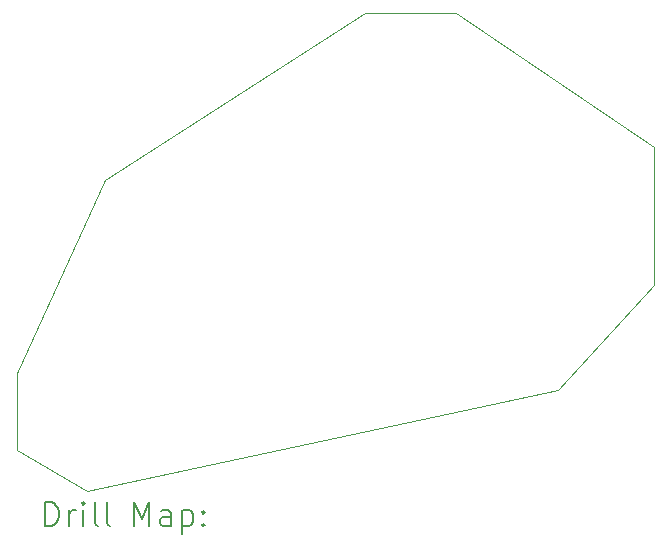
<source format=gbr>
%FSLAX45Y45*%
G04 Gerber Fmt 4.5, Leading zero omitted, Abs format (unit mm)*
G04 Created by KiCad (PCBNEW (6.99.0-1934-gfe17dca71f)) date 2022-06-18 07:03:43*
%MOMM*%
%LPD*%
G01*
G04 APERTURE LIST*
%TA.AperFunction,Profile*%
%ADD10C,0.100000*%
%TD*%
%ADD11C,0.200000*%
G04 APERTURE END LIST*
D10*
X9560000Y-3320000D02*
X11240000Y-4450000D01*
X11240000Y-4450000D02*
X11240000Y-5620000D01*
X8790000Y-3320000D02*
X9560000Y-3320000D01*
X6590000Y-4730000D02*
X8790000Y-3320000D01*
X5840000Y-6360000D02*
X6590000Y-4730000D01*
X5840000Y-6360000D02*
X5840000Y-7020000D01*
X10420000Y-6510000D02*
X11240000Y-5620000D01*
X5840000Y-7020000D02*
X6440000Y-7360000D01*
X6440000Y-7360000D02*
X10420000Y-6510000D01*
D11*
X6082619Y-7658476D02*
X6082619Y-7458476D01*
X6082619Y-7458476D02*
X6130238Y-7458476D01*
X6130238Y-7458476D02*
X6158809Y-7468000D01*
X6158809Y-7468000D02*
X6177857Y-7487048D01*
X6177857Y-7487048D02*
X6187381Y-7506095D01*
X6187381Y-7506095D02*
X6196905Y-7544190D01*
X6196905Y-7544190D02*
X6196905Y-7572762D01*
X6196905Y-7572762D02*
X6187381Y-7610857D01*
X6187381Y-7610857D02*
X6177857Y-7629905D01*
X6177857Y-7629905D02*
X6158809Y-7648952D01*
X6158809Y-7648952D02*
X6130238Y-7658476D01*
X6130238Y-7658476D02*
X6082619Y-7658476D01*
X6282619Y-7658476D02*
X6282619Y-7525143D01*
X6282619Y-7563238D02*
X6292143Y-7544190D01*
X6292143Y-7544190D02*
X6301667Y-7534667D01*
X6301667Y-7534667D02*
X6320714Y-7525143D01*
X6320714Y-7525143D02*
X6339762Y-7525143D01*
X6406428Y-7658476D02*
X6406428Y-7525143D01*
X6406428Y-7458476D02*
X6396905Y-7468000D01*
X6396905Y-7468000D02*
X6406428Y-7477524D01*
X6406428Y-7477524D02*
X6415952Y-7468000D01*
X6415952Y-7468000D02*
X6406428Y-7458476D01*
X6406428Y-7458476D02*
X6406428Y-7477524D01*
X6530238Y-7658476D02*
X6511190Y-7648952D01*
X6511190Y-7648952D02*
X6501667Y-7629905D01*
X6501667Y-7629905D02*
X6501667Y-7458476D01*
X6635000Y-7658476D02*
X6615952Y-7648952D01*
X6615952Y-7648952D02*
X6606428Y-7629905D01*
X6606428Y-7629905D02*
X6606428Y-7458476D01*
X6831190Y-7658476D02*
X6831190Y-7458476D01*
X6831190Y-7458476D02*
X6897857Y-7601333D01*
X6897857Y-7601333D02*
X6964524Y-7458476D01*
X6964524Y-7458476D02*
X6964524Y-7658476D01*
X7145476Y-7658476D02*
X7145476Y-7553714D01*
X7145476Y-7553714D02*
X7135952Y-7534667D01*
X7135952Y-7534667D02*
X7116905Y-7525143D01*
X7116905Y-7525143D02*
X7078809Y-7525143D01*
X7078809Y-7525143D02*
X7059762Y-7534667D01*
X7145476Y-7648952D02*
X7126428Y-7658476D01*
X7126428Y-7658476D02*
X7078809Y-7658476D01*
X7078809Y-7658476D02*
X7059762Y-7648952D01*
X7059762Y-7648952D02*
X7050238Y-7629905D01*
X7050238Y-7629905D02*
X7050238Y-7610857D01*
X7050238Y-7610857D02*
X7059762Y-7591809D01*
X7059762Y-7591809D02*
X7078809Y-7582286D01*
X7078809Y-7582286D02*
X7126428Y-7582286D01*
X7126428Y-7582286D02*
X7145476Y-7572762D01*
X7240714Y-7525143D02*
X7240714Y-7725143D01*
X7240714Y-7534667D02*
X7259762Y-7525143D01*
X7259762Y-7525143D02*
X7297857Y-7525143D01*
X7297857Y-7525143D02*
X7316905Y-7534667D01*
X7316905Y-7534667D02*
X7326428Y-7544190D01*
X7326428Y-7544190D02*
X7335952Y-7563238D01*
X7335952Y-7563238D02*
X7335952Y-7620381D01*
X7335952Y-7620381D02*
X7326428Y-7639428D01*
X7326428Y-7639428D02*
X7316905Y-7648952D01*
X7316905Y-7648952D02*
X7297857Y-7658476D01*
X7297857Y-7658476D02*
X7259762Y-7658476D01*
X7259762Y-7658476D02*
X7240714Y-7648952D01*
X7421667Y-7639428D02*
X7431190Y-7648952D01*
X7431190Y-7648952D02*
X7421667Y-7658476D01*
X7421667Y-7658476D02*
X7412143Y-7648952D01*
X7412143Y-7648952D02*
X7421667Y-7639428D01*
X7421667Y-7639428D02*
X7421667Y-7658476D01*
X7421667Y-7534667D02*
X7431190Y-7544190D01*
X7431190Y-7544190D02*
X7421667Y-7553714D01*
X7421667Y-7553714D02*
X7412143Y-7544190D01*
X7412143Y-7544190D02*
X7421667Y-7534667D01*
X7421667Y-7534667D02*
X7421667Y-7553714D01*
M02*

</source>
